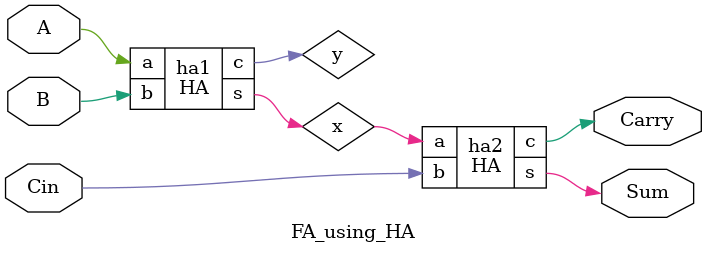
<source format=v>
`timescale 1ns / 1ps    


module HA(a,b,s,c);                         
input a,b;
output s,c;                                     
assign s=a^b, c=a+b;              
endmodule                                   

module FA_using_HA(A,B,Cin,Sum,Carry);    
input A,B,Cin;                                
output Sum,Carry;                            
wire x,y;   

HA ha1(.a(A),.b(B),.s(x),.c(y));               
HA ha2(.a(x),.b(Cin),.s(Sum),.c(Carry));  
endmodule
</source>
